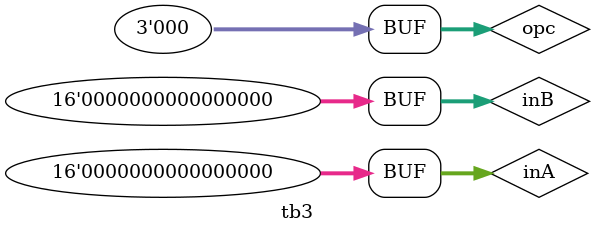
<source format=v>
`timescale 1ns/1ns

module tb3 ();
    reg [15:0]inA, inB;
    reg inc;
    reg [2:0]opc = 3'b0;

    wire zer1 , neg1 , zer2 , neg2 , zer3 , neg3;
    wire [15:0]w1 , w2 , w3;


    SY_ALU q1(.inA(inA) , .inB(inB) , .inc(inc) , .opc(opc) , .zer(zer1) , .neg(neg1) , .w(w1));
    SY_ALU_2 q2(.inA(inA) , .inB(inB) , .inc(inc) , .opc(opc) , .zer(zer2) , .neg(neg2) , .w(w2));
    SY_ALU_MIN q2min(.inA(inA) , .inB(inB) , .inc(inc) , .opc(opc) , .zer(zer3) , .neg(neg3) , .w(w3));

    //at the same time
    initial {inA , inB , inc} = $random;
    initial repeat (8) #1000 opc = opc + 3'b001;
    initial repeat (8) #1000 {inA , inB , inc} = $random;

endmodule
</source>
